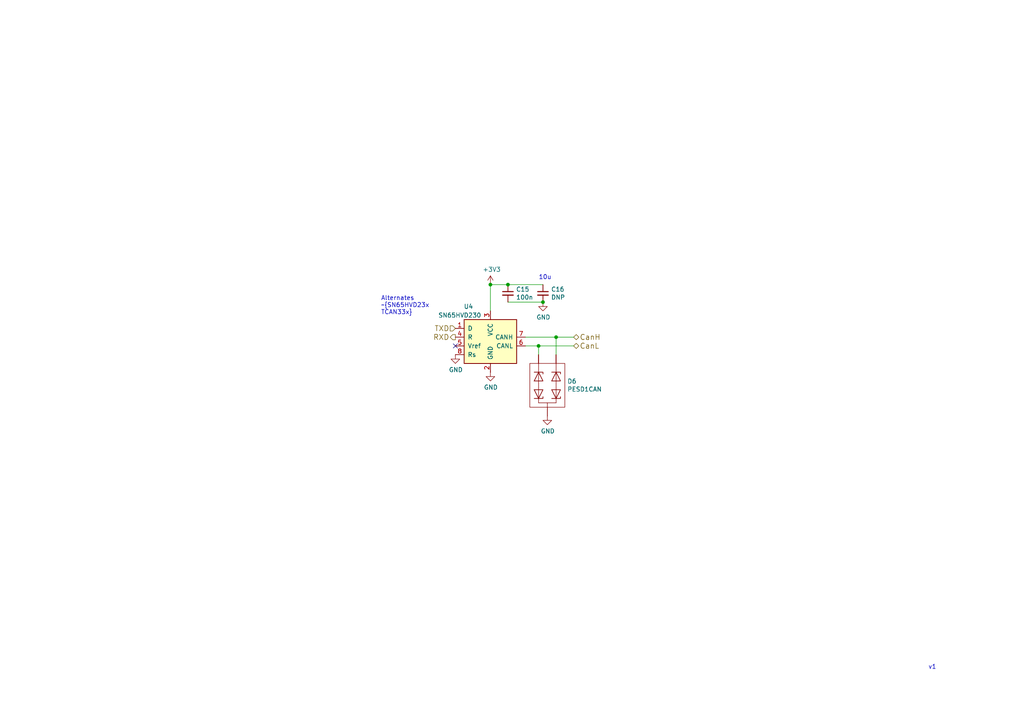
<source format=kicad_sch>
(kicad_sch
	(version 20231120)
	(generator "eeschema")
	(generator_version "8.0")
	(uuid "3ae9d9f3-887d-4865-851d-c588a6d1d1ab")
	(paper "A4")
	(lib_symbols
		(symbol "Device:C_Small"
			(pin_numbers hide)
			(pin_names
				(offset 0.254) hide)
			(exclude_from_sim no)
			(in_bom yes)
			(on_board yes)
			(property "Reference" "C"
				(at 0.254 1.778 0)
				(effects
					(font
						(size 1.27 1.27)
					)
					(justify left)
				)
			)
			(property "Value" "C_Small"
				(at 0.254 -2.032 0)
				(effects
					(font
						(size 1.27 1.27)
					)
					(justify left)
				)
			)
			(property "Footprint" ""
				(at 0 0 0)
				(effects
					(font
						(size 1.27 1.27)
					)
					(hide yes)
				)
			)
			(property "Datasheet" "~"
				(at 0 0 0)
				(effects
					(font
						(size 1.27 1.27)
					)
					(hide yes)
				)
			)
			(property "Description" "Unpolarized capacitor, small symbol"
				(at 0 0 0)
				(effects
					(font
						(size 1.27 1.27)
					)
					(hide yes)
				)
			)
			(property "ki_keywords" "capacitor cap"
				(at 0 0 0)
				(effects
					(font
						(size 1.27 1.27)
					)
					(hide yes)
				)
			)
			(property "ki_fp_filters" "C_*"
				(at 0 0 0)
				(effects
					(font
						(size 1.27 1.27)
					)
					(hide yes)
				)
			)
			(symbol "C_Small_0_1"
				(polyline
					(pts
						(xy -1.524 -0.508) (xy 1.524 -0.508)
					)
					(stroke
						(width 0.3302)
						(type default)
					)
					(fill
						(type none)
					)
				)
				(polyline
					(pts
						(xy -1.524 0.508) (xy 1.524 0.508)
					)
					(stroke
						(width 0.3048)
						(type default)
					)
					(fill
						(type none)
					)
				)
			)
			(symbol "C_Small_1_1"
				(pin passive line
					(at 0 2.54 270)
					(length 2.032)
					(name "~"
						(effects
							(font
								(size 1.27 1.27)
							)
						)
					)
					(number "1"
						(effects
							(font
								(size 1.27 1.27)
							)
						)
					)
				)
				(pin passive line
					(at 0 -2.54 90)
					(length 2.032)
					(name "~"
						(effects
							(font
								(size 1.27 1.27)
							)
						)
					)
					(number "2"
						(effects
							(font
								(size 1.27 1.27)
							)
						)
					)
				)
			)
		)
		(symbol "Interface_CAN_LIN:SN65HVD230"
			(pin_names
				(offset 1.016)
			)
			(exclude_from_sim no)
			(in_bom yes)
			(on_board yes)
			(property "Reference" "U"
				(at -2.54 10.16 0)
				(effects
					(font
						(size 1.27 1.27)
					)
					(justify right)
				)
			)
			(property "Value" "SN65HVD230"
				(at -2.54 7.62 0)
				(effects
					(font
						(size 1.27 1.27)
					)
					(justify right)
				)
			)
			(property "Footprint" "Package_SO:SOIC-8_3.9x4.9mm_P1.27mm"
				(at 0 -12.7 0)
				(effects
					(font
						(size 1.27 1.27)
					)
					(hide yes)
				)
			)
			(property "Datasheet" "http://www.ti.com/lit/ds/symlink/sn65hvd230.pdf"
				(at -2.54 10.16 0)
				(effects
					(font
						(size 1.27 1.27)
					)
					(hide yes)
				)
			)
			(property "Description" "CAN Bus Transceivers, 3.3V, 1Mbps, Low-Power capabilities, SOIC-8"
				(at 0 0 0)
				(effects
					(font
						(size 1.27 1.27)
					)
					(hide yes)
				)
			)
			(property "ki_keywords" "can transeiver ti low-power"
				(at 0 0 0)
				(effects
					(font
						(size 1.27 1.27)
					)
					(hide yes)
				)
			)
			(property "ki_fp_filters" "SOIC*3.9x4.9mm*P1.27mm*"
				(at 0 0 0)
				(effects
					(font
						(size 1.27 1.27)
					)
					(hide yes)
				)
			)
			(symbol "SN65HVD230_0_1"
				(rectangle
					(start -7.62 5.08)
					(end 7.62 -7.62)
					(stroke
						(width 0.254)
						(type default)
					)
					(fill
						(type background)
					)
				)
			)
			(symbol "SN65HVD230_1_1"
				(pin input line
					(at -10.16 2.54 0)
					(length 2.54)
					(name "D"
						(effects
							(font
								(size 1.27 1.27)
							)
						)
					)
					(number "1"
						(effects
							(font
								(size 1.27 1.27)
							)
						)
					)
				)
				(pin power_in line
					(at 0 -10.16 90)
					(length 2.54)
					(name "GND"
						(effects
							(font
								(size 1.27 1.27)
							)
						)
					)
					(number "2"
						(effects
							(font
								(size 1.27 1.27)
							)
						)
					)
				)
				(pin power_in line
					(at 0 7.62 270)
					(length 2.54)
					(name "VCC"
						(effects
							(font
								(size 1.27 1.27)
							)
						)
					)
					(number "3"
						(effects
							(font
								(size 1.27 1.27)
							)
						)
					)
				)
				(pin output line
					(at -10.16 0 0)
					(length 2.54)
					(name "R"
						(effects
							(font
								(size 1.27 1.27)
							)
						)
					)
					(number "4"
						(effects
							(font
								(size 1.27 1.27)
							)
						)
					)
				)
				(pin output line
					(at -10.16 -2.54 0)
					(length 2.54)
					(name "Vref"
						(effects
							(font
								(size 1.27 1.27)
							)
						)
					)
					(number "5"
						(effects
							(font
								(size 1.27 1.27)
							)
						)
					)
				)
				(pin bidirectional line
					(at 10.16 -2.54 180)
					(length 2.54)
					(name "CANL"
						(effects
							(font
								(size 1.27 1.27)
							)
						)
					)
					(number "6"
						(effects
							(font
								(size 1.27 1.27)
							)
						)
					)
				)
				(pin bidirectional line
					(at 10.16 0 180)
					(length 2.54)
					(name "CANH"
						(effects
							(font
								(size 1.27 1.27)
							)
						)
					)
					(number "7"
						(effects
							(font
								(size 1.27 1.27)
							)
						)
					)
				)
				(pin input line
					(at -10.16 -5.08 0)
					(length 2.54)
					(name "Rs"
						(effects
							(font
								(size 1.27 1.27)
							)
						)
					)
					(number "8"
						(effects
							(font
								(size 1.27 1.27)
							)
						)
					)
				)
			)
		)
		(symbol "calsol_nexperia:PESD1CAN"
			(pin_numbers hide)
			(pin_names
				(offset 1.016) hide)
			(exclude_from_sim no)
			(in_bom yes)
			(on_board yes)
			(property "Reference" "D"
				(at -1.27 6.35 0)
				(effects
					(font
						(size 1.27 1.27)
					)
				)
			)
			(property "Value" "PESD1CAN"
				(at -1.27 -6.35 0)
				(effects
					(font
						(size 1.27 1.27)
					)
				)
			)
			(property "Footprint" ""
				(at -3.81 2.54 0)
				(effects
					(font
						(size 1.27 1.27)
					)
					(hide yes)
				)
			)
			(property "Datasheet" "https://en.wikipedia.org/wiki/Zener_diode"
				(at -3.81 2.54 0)
				(effects
					(font
						(size 1.27 1.27)
					)
					(hide yes)
				)
			)
			(property "Description" "Zener Diode"
				(at 0 0 0)
				(effects
					(font
						(size 1.27 1.27)
					)
					(hide yes)
				)
			)
			(property "ki_keywords" "diode"
				(at 0 0 0)
				(effects
					(font
						(size 1.27 1.27)
					)
					(hide yes)
				)
			)
			(property "ki_fp_filters" "TO-???* *SingleDiode *_Diode_* *SingleDiode* D_*"
				(at 0 0 0)
				(effects
					(font
						(size 1.27 1.27)
					)
					(hide yes)
				)
			)
			(symbol "PESD1CAN_0_1"
				(rectangle
					(start -7.62 5.08)
					(end 5.08 -5.08)
					(stroke
						(width 0)
						(type solid)
					)
					(fill
						(type none)
					)
				)
				(polyline
					(pts
						(xy -10.16 -2.54) (xy 3.81 -2.54)
					)
					(stroke
						(width 0)
						(type solid)
					)
					(fill
						(type none)
					)
				)
				(polyline
					(pts
						(xy -10.16 2.54) (xy 3.81 2.54)
					)
					(stroke
						(width 0)
						(type solid)
					)
					(fill
						(type none)
					)
				)
				(polyline
					(pts
						(xy 3.81 -2.54) (xy 3.81 2.54)
					)
					(stroke
						(width 0)
						(type solid)
					)
					(fill
						(type none)
					)
				)
				(polyline
					(pts
						(xy 5.08 0) (xy 3.81 0)
					)
					(stroke
						(width 0)
						(type solid)
					)
					(fill
						(type none)
					)
				)
				(polyline
					(pts
						(xy -5.08 -3.81) (xy -5.08 -1.27) (xy -4.572 -1.27)
					)
					(stroke
						(width 0.2032)
						(type solid)
					)
					(fill
						(type none)
					)
				)
				(polyline
					(pts
						(xy -5.08 1.27) (xy -5.08 3.81) (xy -4.572 3.81)
					)
					(stroke
						(width 0.2032)
						(type solid)
					)
					(fill
						(type none)
					)
				)
				(polyline
					(pts
						(xy 2.54 -3.81) (xy 2.54 -1.27) (xy 2.032 -1.27)
					)
					(stroke
						(width 0.2032)
						(type solid)
					)
					(fill
						(type none)
					)
				)
				(polyline
					(pts
						(xy 2.54 1.27) (xy 2.54 3.81) (xy 2.032 3.81)
					)
					(stroke
						(width 0.2032)
						(type solid)
					)
					(fill
						(type none)
					)
				)
				(polyline
					(pts
						(xy -2.54 -3.81) (xy -2.54 -1.27) (xy -5.08 -2.54) (xy -2.54 -3.81)
					)
					(stroke
						(width 0.2032)
						(type solid)
					)
					(fill
						(type none)
					)
				)
				(polyline
					(pts
						(xy -2.54 1.27) (xy -2.54 3.81) (xy -5.08 2.54) (xy -2.54 1.27)
					)
					(stroke
						(width 0.2032)
						(type solid)
					)
					(fill
						(type none)
					)
				)
				(polyline
					(pts
						(xy 0 -3.81) (xy 0 -1.27) (xy 2.54 -2.54) (xy 0 -3.81)
					)
					(stroke
						(width 0.2032)
						(type solid)
					)
					(fill
						(type none)
					)
				)
				(polyline
					(pts
						(xy 0 1.27) (xy 0 3.81) (xy 2.54 2.54) (xy 0 1.27)
					)
					(stroke
						(width 0.2032)
						(type solid)
					)
					(fill
						(type none)
					)
				)
			)
			(symbol "PESD1CAN_1_1"
				(pin passive line
					(at -10.16 2.54 0)
					(length 2.54)
					(name "1"
						(effects
							(font
								(size 1.27 1.27)
							)
						)
					)
					(number "1"
						(effects
							(font
								(size 1.27 1.27)
							)
						)
					)
				)
				(pin passive line
					(at -10.16 -2.54 0)
					(length 2.54)
					(name "2"
						(effects
							(font
								(size 1.27 1.27)
							)
						)
					)
					(number "2"
						(effects
							(font
								(size 1.27 1.27)
							)
						)
					)
				)
				(pin passive line
					(at 7.62 0 180)
					(length 2.54)
					(name "3"
						(effects
							(font
								(size 1.27 1.27)
							)
						)
					)
					(number "3"
						(effects
							(font
								(size 1.27 1.27)
							)
						)
					)
				)
			)
		)
		(symbol "power:+3V3"
			(power)
			(pin_numbers hide)
			(pin_names
				(offset 0) hide)
			(exclude_from_sim no)
			(in_bom yes)
			(on_board yes)
			(property "Reference" "#PWR"
				(at 0 -3.81 0)
				(effects
					(font
						(size 1.27 1.27)
					)
					(hide yes)
				)
			)
			(property "Value" "+3V3"
				(at 0 3.556 0)
				(effects
					(font
						(size 1.27 1.27)
					)
				)
			)
			(property "Footprint" ""
				(at 0 0 0)
				(effects
					(font
						(size 1.27 1.27)
					)
					(hide yes)
				)
			)
			(property "Datasheet" ""
				(at 0 0 0)
				(effects
					(font
						(size 1.27 1.27)
					)
					(hide yes)
				)
			)
			(property "Description" "Power symbol creates a global label with name \"+3V3\""
				(at 0 0 0)
				(effects
					(font
						(size 1.27 1.27)
					)
					(hide yes)
				)
			)
			(property "ki_keywords" "global power"
				(at 0 0 0)
				(effects
					(font
						(size 1.27 1.27)
					)
					(hide yes)
				)
			)
			(symbol "+3V3_0_1"
				(polyline
					(pts
						(xy -0.762 1.27) (xy 0 2.54)
					)
					(stroke
						(width 0)
						(type default)
					)
					(fill
						(type none)
					)
				)
				(polyline
					(pts
						(xy 0 0) (xy 0 2.54)
					)
					(stroke
						(width 0)
						(type default)
					)
					(fill
						(type none)
					)
				)
				(polyline
					(pts
						(xy 0 2.54) (xy 0.762 1.27)
					)
					(stroke
						(width 0)
						(type default)
					)
					(fill
						(type none)
					)
				)
			)
			(symbol "+3V3_1_1"
				(pin power_in line
					(at 0 0 90)
					(length 0)
					(name "~"
						(effects
							(font
								(size 1.27 1.27)
							)
						)
					)
					(number "1"
						(effects
							(font
								(size 1.27 1.27)
							)
						)
					)
				)
			)
		)
		(symbol "power:GND"
			(power)
			(pin_numbers hide)
			(pin_names
				(offset 0) hide)
			(exclude_from_sim no)
			(in_bom yes)
			(on_board yes)
			(property "Reference" "#PWR"
				(at 0 -6.35 0)
				(effects
					(font
						(size 1.27 1.27)
					)
					(hide yes)
				)
			)
			(property "Value" "GND"
				(at 0 -3.81 0)
				(effects
					(font
						(size 1.27 1.27)
					)
				)
			)
			(property "Footprint" ""
				(at 0 0 0)
				(effects
					(font
						(size 1.27 1.27)
					)
					(hide yes)
				)
			)
			(property "Datasheet" ""
				(at 0 0 0)
				(effects
					(font
						(size 1.27 1.27)
					)
					(hide yes)
				)
			)
			(property "Description" "Power symbol creates a global label with name \"GND\" , ground"
				(at 0 0 0)
				(effects
					(font
						(size 1.27 1.27)
					)
					(hide yes)
				)
			)
			(property "ki_keywords" "global power"
				(at 0 0 0)
				(effects
					(font
						(size 1.27 1.27)
					)
					(hide yes)
				)
			)
			(symbol "GND_0_1"
				(polyline
					(pts
						(xy 0 0) (xy 0 -1.27) (xy 1.27 -1.27) (xy 0 -2.54) (xy -1.27 -1.27) (xy 0 -1.27)
					)
					(stroke
						(width 0)
						(type default)
					)
					(fill
						(type none)
					)
				)
			)
			(symbol "GND_1_1"
				(pin power_in line
					(at 0 0 270)
					(length 0)
					(name "~"
						(effects
							(font
								(size 1.27 1.27)
							)
						)
					)
					(number "1"
						(effects
							(font
								(size 1.27 1.27)
							)
						)
					)
				)
			)
		)
	)
	(junction
		(at 156.21 100.33)
		(diameter 0)
		(color 0 0 0 0)
		(uuid "3412c398-3cd5-4576-bde5-8444df20579f")
	)
	(junction
		(at 147.32 82.55)
		(diameter 0)
		(color 0 0 0 0)
		(uuid "4dcec8e4-112f-406a-a3fe-60514effb984")
	)
	(junction
		(at 142.24 82.55)
		(diameter 0)
		(color 0 0 0 0)
		(uuid "596017a7-7f3f-42b4-a169-075075ab5b4a")
	)
	(junction
		(at 157.48 87.63)
		(diameter 0)
		(color 0 0 0 0)
		(uuid "97f5eae3-4644-4dfa-9aaf-7093c46bc18f")
	)
	(junction
		(at 161.29 97.79)
		(diameter 0)
		(color 0 0 0 0)
		(uuid "e8b2911f-f093-4d1a-938a-73ba29fb8e97")
	)
	(no_connect
		(at 132.08 100.33)
		(uuid "b5fd6320-5a62-47aa-a283-0a580cbe9525")
	)
	(wire
		(pts
			(xy 166.37 100.33) (xy 156.21 100.33)
		)
		(stroke
			(width 0)
			(type default)
		)
		(uuid "0fdd3051-3f59-4b69-96c3-86ad60871495")
	)
	(wire
		(pts
			(xy 147.32 87.63) (xy 157.48 87.63)
		)
		(stroke
			(width 0)
			(type default)
		)
		(uuid "43f43677-67c6-48aa-b5b4-5fb5b9f2b587")
	)
	(wire
		(pts
			(xy 161.29 97.79) (xy 166.37 97.79)
		)
		(stroke
			(width 0)
			(type default)
		)
		(uuid "70c954e9-b986-46b2-87d4-82d03666a9e9")
	)
	(wire
		(pts
			(xy 156.21 100.33) (xy 152.4 100.33)
		)
		(stroke
			(width 0)
			(type default)
		)
		(uuid "7d7030f0-7b5c-482f-8b32-d920bc7ceec5")
	)
	(wire
		(pts
			(xy 152.4 97.79) (xy 161.29 97.79)
		)
		(stroke
			(width 0)
			(type default)
		)
		(uuid "80653316-9851-485d-8c1c-db2842a90ea4")
	)
	(wire
		(pts
			(xy 161.29 102.87) (xy 161.29 97.79)
		)
		(stroke
			(width 0)
			(type default)
		)
		(uuid "91889773-f809-448d-af8d-3096876db365")
	)
	(wire
		(pts
			(xy 147.32 82.55) (xy 157.48 82.55)
		)
		(stroke
			(width 0)
			(type default)
		)
		(uuid "a76ca24e-3909-4233-bfc3-a3c3994ad025")
	)
	(wire
		(pts
			(xy 142.24 82.55) (xy 147.32 82.55)
		)
		(stroke
			(width 0)
			(type default)
		)
		(uuid "a83eee55-6351-4b7e-82cf-9244488a078e")
	)
	(wire
		(pts
			(xy 142.24 90.17) (xy 142.24 82.55)
		)
		(stroke
			(width 0)
			(type default)
		)
		(uuid "aef89a9c-92a4-4cc9-b044-3381620d34fe")
	)
	(wire
		(pts
			(xy 156.21 102.87) (xy 156.21 100.33)
		)
		(stroke
			(width 0)
			(type default)
		)
		(uuid "fd374554-2169-4b19-803a-a22d589b9538")
	)
	(text "Alternates\n~{SN65HVD23x\nTCAN33x}"
		(exclude_from_sim no)
		(at 110.49 91.44 0)
		(effects
			(font
				(size 1.27 1.27)
			)
			(justify left bottom)
		)
		(uuid "772ace25-fa4a-4f84-8e8c-3442da6b5808")
	)
	(text "10u"
		(exclude_from_sim no)
		(at 156.21 81.28 0)
		(effects
			(font
				(size 1.27 1.27)
			)
			(justify left bottom)
		)
		(uuid "83056836-41de-4dbf-8c30-433cbd4d993a")
	)
	(text "v1\n"
		(exclude_from_sim no)
		(at 269.24 194.31 0)
		(effects
			(font
				(size 1.27 1.27)
			)
			(justify left bottom)
		)
		(uuid "fd4f5145-644e-4760-bbc3-c9a5cd1d1875")
	)
	(hierarchical_label "TXD"
		(shape input)
		(at 132.08 95.25 180)
		(fields_autoplaced yes)
		(effects
			(font
				(size 1.524 1.524)
			)
			(justify right)
		)
		(uuid "06e7f438-1577-49f2-9550-694ed1d0f47f")
	)
	(hierarchical_label "CanH"
		(shape bidirectional)
		(at 166.37 97.79 0)
		(fields_autoplaced yes)
		(effects
			(font
				(size 1.524 1.524)
			)
			(justify left)
		)
		(uuid "0ca3007f-b298-4c77-8bed-4750f71f3747")
	)
	(hierarchical_label "RXD"
		(shape output)
		(at 132.08 97.79 180)
		(fields_autoplaced yes)
		(effects
			(font
				(size 1.524 1.524)
			)
			(justify right)
		)
		(uuid "2ab65cb9-3fc0-41ad-a814-15ee803f1544")
	)
	(hierarchical_label "CanL"
		(shape bidirectional)
		(at 166.37 100.33 0)
		(fields_autoplaced yes)
		(effects
			(font
				(size 1.524 1.524)
			)
			(justify left)
		)
		(uuid "5c7650ee-5e8b-4916-a6f5-e5efc5811c07")
	)
	(symbol
		(lib_id "Interface_CAN_LIN:SN65HVD230")
		(at 142.24 97.79 0)
		(unit 1)
		(exclude_from_sim no)
		(in_bom yes)
		(on_board yes)
		(dnp no)
		(uuid "00000000-0000-0000-0000-000061ac92de")
		(property "Reference" "U4"
			(at 135.89 88.9 0)
			(effects
				(font
					(size 1.27 1.27)
				)
			)
		)
		(property "Value" "SN65HVD230"
			(at 133.35 91.44 0)
			(effects
				(font
					(size 1.27 1.27)
				)
			)
		)
		(property "Footprint" "Package_SO:SOIC-8_3.9x4.9mm_P1.27mm"
			(at 142.24 110.49 0)
			(effects
				(font
					(size 1.27 1.27)
				)
				(hide yes)
			)
		)
		(property "Datasheet" "http://www.ti.com/lit/ds/symlink/sn65hvd230.pdf"
			(at 139.7 87.63 0)
			(effects
				(font
					(size 1.27 1.27)
				)
				(hide yes)
			)
		)
		(property "Description" ""
			(at 142.24 97.79 0)
			(effects
				(font
					(size 1.27 1.27)
				)
				(hide yes)
			)
		)
		(pin "8"
			(uuid "e3f8a5b3-aba6-4957-9c16-3b6f99d27934")
		)
		(pin "3"
			(uuid "b05f7d7b-db52-4a41-8e0e-1ceb6dbcf9f2")
		)
		(pin "4"
			(uuid "358f1d4c-889c-4abe-a9a0-56a929076944")
		)
		(pin "5"
			(uuid "7786677f-ba54-4d96-bdbd-3000e248fc69")
		)
		(pin "7"
			(uuid "8dfef18c-f031-42e1-a55d-4c0e11f62a3a")
		)
		(pin "6"
			(uuid "7255f8e8-756a-48a9-ac04-91616980393a")
		)
		(pin "1"
			(uuid "bbb4f2c8-05ce-4932-acf6-2a799b96020c")
		)
		(pin "2"
			(uuid "399021ef-e377-4d78-9a66-7c87e5902e1a")
		)
		(instances
			(project "Template"
				(path "/bac9685e-5a25-4a6d-827a-3e0ea9740301/00000000-0000-0000-0000-000059cc7894"
					(reference "U4")
					(unit 1)
				)
			)
		)
	)
	(symbol
		(lib_id "Device:C_Small")
		(at 147.32 85.09 0)
		(unit 1)
		(exclude_from_sim no)
		(in_bom yes)
		(on_board yes)
		(dnp no)
		(uuid "00000000-0000-0000-0000-000061acbc25")
		(property "Reference" "C15"
			(at 149.6568 83.9216 0)
			(effects
				(font
					(size 1.27 1.27)
				)
				(justify left)
			)
		)
		(property "Value" "100n"
			(at 149.6568 86.233 0)
			(effects
				(font
					(size 1.27 1.27)
				)
				(justify left)
			)
		)
		(property "Footprint" "Capacitor_SMD:C_0603_1608Metric"
			(at 147.32 85.09 0)
			(effects
				(font
					(size 1.27 1.27)
				)
				(hide yes)
			)
		)
		(property "Datasheet" "~"
			(at 147.32 85.09 0)
			(effects
				(font
					(size 1.27 1.27)
				)
				(hide yes)
			)
		)
		(property "Description" ""
			(at 147.32 85.09 0)
			(effects
				(font
					(size 1.27 1.27)
				)
				(hide yes)
			)
		)
		(pin "1"
			(uuid "ba3a1626-dbed-4507-95bd-6aaf2b723779")
		)
		(pin "2"
			(uuid "a74f9778-5b6e-45b2-97f0-e4f0c1e93d8d")
		)
		(instances
			(project "Template"
				(path "/bac9685e-5a25-4a6d-827a-3e0ea9740301/00000000-0000-0000-0000-000059cc7894"
					(reference "C15")
					(unit 1)
				)
			)
		)
	)
	(symbol
		(lib_id "calsol_nexperia:PESD1CAN")
		(at 158.75 113.03 270)
		(unit 1)
		(exclude_from_sim no)
		(in_bom yes)
		(on_board yes)
		(dnp no)
		(uuid "00000000-0000-0000-0000-000061acf135")
		(property "Reference" "D6"
			(at 164.5412 110.5916 90)
			(effects
				(font
					(size 1.27 1.27)
				)
				(justify left)
			)
		)
		(property "Value" "PESD1CAN"
			(at 164.5412 112.903 90)
			(effects
				(font
					(size 1.27 1.27)
				)
				(justify left)
			)
		)
		(property "Footprint" "Package_TO_SOT_SMD:SOT-23"
			(at 161.29 109.22 0)
			(effects
				(font
					(size 1.27 1.27)
				)
				(hide yes)
			)
		)
		(property "Datasheet" "https://en.wikipedia.org/wiki/Zener_diode"
			(at 161.29 109.22 0)
			(effects
				(font
					(size 1.27 1.27)
				)
				(hide yes)
			)
		)
		(property "Description" ""
			(at 158.75 113.03 0)
			(effects
				(font
					(size 1.27 1.27)
				)
				(hide yes)
			)
		)
		(pin "1"
			(uuid "ec1aab02-25b5-488d-bae2-6cfcfdd0f1b5")
		)
		(pin "3"
			(uuid "e024969b-722e-4c77-a75c-bac72cbeddb9")
		)
		(pin "2"
			(uuid "d536167b-b05d-471a-a6ce-5cabb71caa68")
		)
		(instances
			(project "Template"
				(path "/bac9685e-5a25-4a6d-827a-3e0ea9740301/00000000-0000-0000-0000-000059cc7894"
					(reference "D6")
					(unit 1)
				)
			)
		)
	)
	(symbol
		(lib_id "Device:C_Small")
		(at 157.48 85.09 0)
		(unit 1)
		(exclude_from_sim no)
		(in_bom yes)
		(on_board yes)
		(dnp no)
		(uuid "00000000-0000-0000-0000-000061adb4a0")
		(property "Reference" "C16"
			(at 159.8168 83.9216 0)
			(effects
				(font
					(size 1.27 1.27)
				)
				(justify left)
			)
		)
		(property "Value" "DNP"
			(at 159.8168 86.233 0)
			(effects
				(font
					(size 1.27 1.27)
				)
				(justify left)
			)
		)
		(property "Footprint" "Capacitor_SMD:C_0805_2012Metric"
			(at 157.48 85.09 0)
			(effects
				(font
					(size 1.27 1.27)
				)
				(hide yes)
			)
		)
		(property "Datasheet" "~"
			(at 157.48 85.09 0)
			(effects
				(font
					(size 1.27 1.27)
				)
				(hide yes)
			)
		)
		(property "Description" ""
			(at 157.48 85.09 0)
			(effects
				(font
					(size 1.27 1.27)
				)
				(hide yes)
			)
		)
		(pin "1"
			(uuid "b7cd2ed9-8769-4794-a5f3-392a052e7ebe")
		)
		(pin "2"
			(uuid "ba96ac41-baf5-45e5-8c04-b425ec8af2c3")
		)
		(instances
			(project "Template"
				(path "/bac9685e-5a25-4a6d-827a-3e0ea9740301/00000000-0000-0000-0000-000059cc7894"
					(reference "C16")
					(unit 1)
				)
			)
		)
	)
	(symbol
		(lib_id "power:+3V3")
		(at 142.24 82.55 0)
		(unit 1)
		(exclude_from_sim no)
		(in_bom yes)
		(on_board yes)
		(dnp no)
		(uuid "00000000-0000-0000-0000-000061adf10c")
		(property "Reference" "#PWR0130"
			(at 142.24 86.36 0)
			(effects
				(font
					(size 1.27 1.27)
				)
				(hide yes)
			)
		)
		(property "Value" "+3V3"
			(at 142.621 78.1558 0)
			(effects
				(font
					(size 1.27 1.27)
				)
			)
		)
		(property "Footprint" ""
			(at 142.24 82.55 0)
			(effects
				(font
					(size 1.27 1.27)
				)
				(hide yes)
			)
		)
		(property "Datasheet" ""
			(at 142.24 82.55 0)
			(effects
				(font
					(size 1.27 1.27)
				)
				(hide yes)
			)
		)
		(property "Description" ""
			(at 142.24 82.55 0)
			(effects
				(font
					(size 1.27 1.27)
				)
				(hide yes)
			)
		)
		(pin "1"
			(uuid "d496407a-f0f9-4958-9e8e-3a61e9e5009f")
		)
		(instances
			(project "Template"
				(path "/bac9685e-5a25-4a6d-827a-3e0ea9740301/00000000-0000-0000-0000-000059cc7894"
					(reference "#PWR0130")
					(unit 1)
				)
			)
		)
	)
	(symbol
		(lib_id "power:GND")
		(at 157.48 87.63 0)
		(unit 1)
		(exclude_from_sim no)
		(in_bom yes)
		(on_board yes)
		(dnp no)
		(uuid "00000000-0000-0000-0000-000061adfd11")
		(property "Reference" "#PWR0132"
			(at 157.48 93.98 0)
			(effects
				(font
					(size 1.27 1.27)
				)
				(hide yes)
			)
		)
		(property "Value" "GND"
			(at 157.607 92.0242 0)
			(effects
				(font
					(size 1.27 1.27)
				)
			)
		)
		(property "Footprint" ""
			(at 157.48 87.63 0)
			(effects
				(font
					(size 1.27 1.27)
				)
				(hide yes)
			)
		)
		(property "Datasheet" ""
			(at 157.48 87.63 0)
			(effects
				(font
					(size 1.27 1.27)
				)
				(hide yes)
			)
		)
		(property "Description" ""
			(at 157.48 87.63 0)
			(effects
				(font
					(size 1.27 1.27)
				)
				(hide yes)
			)
		)
		(pin "1"
			(uuid "4cff8af1-8add-432f-923d-778d7b5b5c27")
		)
		(instances
			(project "Template"
				(path "/bac9685e-5a25-4a6d-827a-3e0ea9740301/00000000-0000-0000-0000-000059cc7894"
					(reference "#PWR0132")
					(unit 1)
				)
			)
		)
	)
	(symbol
		(lib_id "power:GND")
		(at 142.24 107.95 0)
		(unit 1)
		(exclude_from_sim no)
		(in_bom yes)
		(on_board yes)
		(dnp no)
		(uuid "00000000-0000-0000-0000-000061ae17a6")
		(property "Reference" "#PWR0133"
			(at 142.24 114.3 0)
			(effects
				(font
					(size 1.27 1.27)
				)
				(hide yes)
			)
		)
		(property "Value" "GND"
			(at 142.367 112.3442 0)
			(effects
				(font
					(size 1.27 1.27)
				)
			)
		)
		(property "Footprint" ""
			(at 142.24 107.95 0)
			(effects
				(font
					(size 1.27 1.27)
				)
				(hide yes)
			)
		)
		(property "Datasheet" ""
			(at 142.24 107.95 0)
			(effects
				(font
					(size 1.27 1.27)
				)
				(hide yes)
			)
		)
		(property "Description" ""
			(at 142.24 107.95 0)
			(effects
				(font
					(size 1.27 1.27)
				)
				(hide yes)
			)
		)
		(pin "1"
			(uuid "83883183-9aad-4d45-888f-d3630fd123ab")
		)
		(instances
			(project "Template"
				(path "/bac9685e-5a25-4a6d-827a-3e0ea9740301/00000000-0000-0000-0000-000059cc7894"
					(reference "#PWR0133")
					(unit 1)
				)
			)
		)
	)
	(symbol
		(lib_id "power:GND")
		(at 158.75 120.65 0)
		(unit 1)
		(exclude_from_sim no)
		(in_bom yes)
		(on_board yes)
		(dnp no)
		(uuid "00000000-0000-0000-0000-000061aebd09")
		(property "Reference" "#PWR0131"
			(at 158.75 127 0)
			(effects
				(font
					(size 1.27 1.27)
				)
				(hide yes)
			)
		)
		(property "Value" "GND"
			(at 158.877 125.0442 0)
			(effects
				(font
					(size 1.27 1.27)
				)
			)
		)
		(property "Footprint" ""
			(at 158.75 120.65 0)
			(effects
				(font
					(size 1.27 1.27)
				)
				(hide yes)
			)
		)
		(property "Datasheet" ""
			(at 158.75 120.65 0)
			(effects
				(font
					(size 1.27 1.27)
				)
				(hide yes)
			)
		)
		(property "Description" ""
			(at 158.75 120.65 0)
			(effects
				(font
					(size 1.27 1.27)
				)
				(hide yes)
			)
		)
		(pin "1"
			(uuid "d3805b4f-b08b-4905-be89-00d67fb35781")
		)
		(instances
			(project "Template"
				(path "/bac9685e-5a25-4a6d-827a-3e0ea9740301/00000000-0000-0000-0000-000059cc7894"
					(reference "#PWR0131")
					(unit 1)
				)
			)
		)
	)
	(symbol
		(lib_id "power:GND")
		(at 132.08 102.87 0)
		(unit 1)
		(exclude_from_sim no)
		(in_bom yes)
		(on_board yes)
		(dnp no)
		(uuid "00000000-0000-0000-0000-000061af5902")
		(property "Reference" "#PWR0134"
			(at 132.08 109.22 0)
			(effects
				(font
					(size 1.27 1.27)
				)
				(hide yes)
			)
		)
		(property "Value" "GND"
			(at 132.207 107.2642 0)
			(effects
				(font
					(size 1.27 1.27)
				)
			)
		)
		(property "Footprint" ""
			(at 132.08 102.87 0)
			(effects
				(font
					(size 1.27 1.27)
				)
				(hide yes)
			)
		)
		(property "Datasheet" ""
			(at 132.08 102.87 0)
			(effects
				(font
					(size 1.27 1.27)
				)
				(hide yes)
			)
		)
		(property "Description" ""
			(at 132.08 102.87 0)
			(effects
				(font
					(size 1.27 1.27)
				)
				(hide yes)
			)
		)
		(pin "1"
			(uuid "075f893e-8735-4638-86b0-9151f011fc6b")
		)
		(instances
			(project "Template"
				(path "/bac9685e-5a25-4a6d-827a-3e0ea9740301/00000000-0000-0000-0000-000059cc7894"
					(reference "#PWR0134")
					(unit 1)
				)
			)
		)
	)
)

</source>
